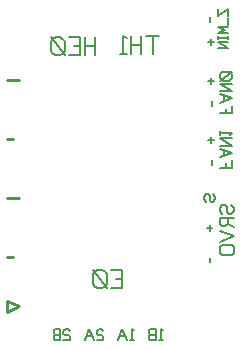
<source format=gbo>
G04 -- Generated By PCBWeb Designer*
%FSLAX24Y24*%
%MOIN*%
%OFA0B0*%
%SFA1.0B1.0*%
%AMROTRECT*21,1,$1,$2,0,0,$3*%
%AMROTOBLONG*1,1,$7,$1,$2*1,1,$7,$3,$4*21,1,$5,$6,0,0,$8*%
%ADD10C,0.025*%
%ADD11C,0.06*%
%ADD12C,0.035*%
%ADD13C,0.07*%
%ADD14C,0.006*%
%ADD15C,0.008*%
%ADD16C,0.024*%
%ADD17C,0.05*%
%ADD18C,0.028*%
%ADD19C,0.1772*%
%ADD20C,0.128*%
%ADD21C,0.1872*%
%ADD22R,0.0787X0.024*%
%ADD23R,0.0887X0.034*%
%ADD24R,0.1417X0.1055*%
%ADD25R,0.1517X0.1155*%
%ADD26C,0.01*%
%ADD27R,0.06X0.06*%
%ADD28C,0.04*%
%ADD29R,0.07X0.07*%
%ADD30C,0.0*%
%ADD31C,0.0098*%
%ADD32C,0.0591*%
%ADD33C,0.0275*%
%ADD34C,0.0197*%
G01*
%LNERASE*%
%LPC*%
G54D16*
X5928Y11232D02*
X5928Y10632D01*
X5590Y11232D02*
X5590Y10632D01*
X5928Y10932D02*
X5590Y10932D01*
X5065Y11232D02*
X5440Y11232D01*
X5440Y10632D01*
X5065Y10632D01*
X5440Y10932D02*
X5215Y10932D01*
X4915Y10782D02*
X4878Y10707D01*
X4840Y10670D01*
X4765Y10632D01*
X4615Y10632D01*
X4540Y10670D01*
X4503Y10707D01*
X4465Y10782D01*
X4465Y11082D01*
X4503Y11157D01*
X4540Y11195D01*
X4615Y11232D01*
X4765Y11232D01*
X4840Y11195D01*
X4878Y11157D01*
X4915Y11082D01*
X4915Y10782D01*
X4915Y10782D01*
X4915Y10632D02*
X4465Y11232D01*
X8069Y11282D02*
X7619Y11282D01*
X7844Y11282D02*
X7844Y10682D01*
X7469Y11282D02*
X7469Y10682D01*
X7131Y11282D02*
X7131Y10682D01*
X7469Y10982D02*
X7131Y10982D01*
X6981Y10682D02*
X6756Y10682D01*
X6869Y10682D02*
X6869Y11282D01*
X6981Y11207D01*
X10040Y12175D02*
X10040Y11959D01*
X10354Y12175D01*
X10354Y11959D01*
X10354Y11880D02*
X10354Y11644D01*
X10354Y11565D02*
X10040Y11565D01*
X10256Y11467D01*
X10040Y11368D01*
X10354Y11368D01*
X10354Y11290D02*
X10354Y11171D01*
X10040Y11290D02*
X10040Y11171D01*
X10040Y11230D02*
X10354Y11230D01*
X10354Y11093D02*
X10040Y11093D01*
X10354Y10896D01*
X10040Y10896D01*
X10482Y8957D02*
X10482Y8711D01*
X10089Y8711D01*
X10286Y8711D02*
X10286Y8858D01*
X10236Y9112D02*
X10236Y9294D01*
X10089Y9055D02*
X10482Y9203D01*
X10089Y9351D01*
X10089Y9449D02*
X10482Y9449D01*
X10089Y9695D01*
X10482Y9695D01*
X10187Y9793D02*
X10138Y9818D01*
X10113Y9843D01*
X10089Y9892D01*
X10089Y9990D01*
X10113Y10039D01*
X10138Y10064D01*
X10187Y10089D01*
X10384Y10089D01*
X10433Y10064D01*
X10458Y10039D01*
X10482Y9990D01*
X10482Y9892D01*
X10458Y9843D01*
X10433Y9818D01*
X10384Y9793D01*
X10187Y9793D01*
X10187Y9793D01*
X10089Y9793D02*
X10482Y10089D01*
X10482Y7136D02*
X10482Y6890D01*
X10089Y6890D01*
X10285Y6890D02*
X10285Y7038D01*
X10236Y7291D02*
X10236Y7473D01*
X10089Y7234D02*
X10482Y7382D01*
X10089Y7530D01*
X10089Y7628D02*
X10482Y7628D01*
X10089Y7874D01*
X10482Y7874D01*
X10089Y7973D02*
X10089Y8120D01*
X10089Y8046D02*
X10482Y8046D01*
X10433Y7973D01*
X10177Y5345D02*
X10089Y5433D01*
X10089Y5551D01*
X10177Y5640D01*
X10266Y5640D01*
X10325Y5581D01*
X10325Y5404D01*
X10384Y5345D01*
X10473Y5345D01*
X10561Y5433D01*
X10561Y5551D01*
X10473Y5640D01*
X10561Y5227D02*
X10089Y5227D01*
X10089Y5020D01*
X10177Y4931D01*
X10266Y4931D01*
X10354Y5020D01*
X10354Y5227D01*
X10354Y5020D02*
X10561Y4902D01*
X10089Y4784D02*
X10561Y4606D01*
X10089Y4429D01*
X10443Y4311D02*
X10148Y4311D01*
X10089Y4252D01*
X10089Y4045D01*
X10148Y3986D01*
X10502Y3986D01*
X10561Y4045D01*
X10561Y4252D01*
X10502Y4311D01*
X10443Y4311D01*
X6465Y3479D02*
X6839Y3479D01*
X6839Y2881D01*
X6465Y2881D01*
X6839Y3180D02*
X6614Y3180D01*
X6315Y3031D02*
X6278Y2956D01*
X6240Y2918D01*
X6165Y2881D01*
X6016Y2881D01*
X5941Y2918D01*
X5904Y2956D01*
X5866Y3031D01*
X5866Y3330D01*
X5904Y3405D01*
X5941Y3442D01*
X6016Y3479D01*
X6165Y3479D01*
X6240Y3442D01*
X6278Y3405D01*
X6315Y3330D01*
X6315Y3031D01*
X6315Y3031D01*
X6315Y2881D02*
X5866Y3479D01*
X9621Y5758D02*
X9547Y5832D01*
X9547Y5930D01*
X9621Y6004D01*
X9695Y6004D01*
X9744Y5955D01*
X9744Y5807D01*
X9793Y5758D01*
X9867Y5758D01*
X9941Y5832D01*
X9941Y5930D01*
X9867Y6004D01*
X9646Y4872D02*
X9843Y4872D01*
X9744Y4971D02*
X9744Y4774D01*
X9769Y3888D02*
X9769Y3740D01*
X8194Y1132D02*
X8046Y1132D01*
X8120Y1132D02*
X8120Y1526D01*
X8194Y1476D01*
X7948Y1132D02*
X7948Y1526D01*
X7776Y1526D01*
X7726Y1476D01*
X7726Y1378D01*
X7776Y1329D01*
X7726Y1280D01*
X7726Y1181D01*
X7776Y1132D01*
X7948Y1132D01*
X7776Y1329D02*
X7948Y1329D01*
X7234Y1132D02*
X7087Y1132D01*
X7161Y1132D02*
X7161Y1526D01*
X7234Y1476D01*
X6932Y1280D02*
X6750Y1280D01*
X6988Y1132D02*
X6841Y1526D01*
X6693Y1132D01*
X6201Y1452D02*
X6127Y1526D01*
X6053Y1526D01*
X5979Y1452D01*
X5979Y1353D01*
X6029Y1304D01*
X6152Y1304D01*
X6201Y1255D01*
X6201Y1132D01*
X5979Y1132D01*
X5824Y1280D02*
X5642Y1280D01*
X5881Y1132D02*
X5733Y1526D01*
X5586Y1132D01*
X5094Y1452D02*
X5020Y1526D01*
X4946Y1526D01*
X4872Y1452D01*
X4872Y1353D01*
X4921Y1304D01*
X5044Y1304D01*
X5094Y1255D01*
X5094Y1132D01*
X4872Y1132D01*
X4774Y1132D02*
X4774Y1526D01*
X4601Y1526D01*
X4552Y1476D01*
X4552Y1378D01*
X4601Y1329D01*
X4552Y1280D01*
X4552Y1181D01*
X4601Y1132D01*
X4774Y1132D01*
X4601Y1329D02*
X4774Y1329D01*
X9695Y9793D02*
X9892Y9793D01*
X9793Y9892D02*
X9793Y9695D01*
X9818Y9104D02*
X9818Y8957D01*
X9695Y7825D02*
X9892Y7825D01*
X9793Y7923D02*
X9793Y7727D01*
X9818Y7136D02*
X9818Y6988D01*
X9892Y11073D02*
X9695Y11073D01*
X9793Y10975D02*
X9793Y11171D01*
X9769Y11762D02*
X9769Y11910D01*
%LNSTD*%
%LPD*%
G54D15*
X5928Y11232D02*
X5928Y10632D01*
X5590Y11232D02*
X5590Y10632D01*
X5928Y10932D02*
X5590Y10932D01*
X5065Y11232D02*
X5440Y11232D01*
X5440Y10632D01*
X5065Y10632D01*
X5440Y10932D02*
X5215Y10932D01*
X4915Y10782D02*
X4878Y10707D01*
X4840Y10670D01*
X4765Y10632D01*
X4615Y10632D01*
X4540Y10670D01*
X4503Y10707D01*
X4465Y10782D01*
X4465Y11082D01*
X4503Y11157D01*
X4540Y11195D01*
X4615Y11232D01*
X4765Y11232D01*
X4840Y11195D01*
X4878Y11157D01*
X4915Y11082D01*
X4915Y10782D01*
X4915Y10782D01*
X4915Y10632D02*
X4465Y11232D01*
X8069Y11282D02*
X7619Y11282D01*
X7844Y11282D02*
X7844Y10682D01*
X7469Y11282D02*
X7469Y10682D01*
X7131Y11282D02*
X7131Y10682D01*
X7469Y10982D02*
X7131Y10982D01*
X6981Y10682D02*
X6756Y10682D01*
X6869Y10682D02*
X6869Y11282D01*
X6981Y11207D01*
X10040Y12175D02*
X10040Y11959D01*
X10354Y12175D01*
X10354Y11959D01*
X10354Y11880D02*
X10354Y11644D01*
X10354Y11565D02*
X10040Y11565D01*
X10256Y11467D01*
X10040Y11368D01*
X10354Y11368D01*
X10354Y11290D02*
X10354Y11171D01*
X10040Y11290D02*
X10040Y11171D01*
X10040Y11230D02*
X10354Y11230D01*
X10354Y11093D02*
X10040Y11093D01*
X10354Y10896D01*
X10040Y10896D01*
X10482Y8957D02*
X10482Y8711D01*
X10089Y8711D01*
X10286Y8711D02*
X10286Y8858D01*
X10236Y9112D02*
X10236Y9294D01*
X10089Y9055D02*
X10482Y9203D01*
X10089Y9351D01*
X10089Y9449D02*
X10482Y9449D01*
X10089Y9695D01*
X10482Y9695D01*
X10187Y9793D02*
X10138Y9818D01*
X10113Y9843D01*
X10089Y9892D01*
X10089Y9990D01*
X10113Y10039D01*
X10138Y10064D01*
X10187Y10089D01*
X10384Y10089D01*
X10433Y10064D01*
X10458Y10039D01*
X10482Y9990D01*
X10482Y9892D01*
X10458Y9843D01*
X10433Y9818D01*
X10384Y9793D01*
X10187Y9793D01*
X10187Y9793D01*
X10089Y9793D02*
X10482Y10089D01*
X10482Y7136D02*
X10482Y6890D01*
X10089Y6890D01*
X10285Y6890D02*
X10285Y7038D01*
X10236Y7291D02*
X10236Y7473D01*
X10089Y7234D02*
X10482Y7382D01*
X10089Y7530D01*
X10089Y7628D02*
X10482Y7628D01*
X10089Y7874D01*
X10482Y7874D01*
X10089Y7973D02*
X10089Y8120D01*
X10089Y8046D02*
X10482Y8046D01*
X10433Y7973D01*
X10177Y5345D02*
X10089Y5433D01*
X10089Y5551D01*
X10177Y5640D01*
X10266Y5640D01*
X10325Y5581D01*
X10325Y5404D01*
X10384Y5345D01*
X10473Y5345D01*
X10561Y5433D01*
X10561Y5551D01*
X10473Y5640D01*
X10561Y5227D02*
X10089Y5227D01*
X10089Y5020D01*
X10177Y4931D01*
X10266Y4931D01*
X10354Y5020D01*
X10354Y5227D01*
X10354Y5020D02*
X10561Y4902D01*
X10089Y4784D02*
X10561Y4606D01*
X10089Y4429D01*
X10443Y4311D02*
X10148Y4311D01*
X10089Y4252D01*
X10089Y4045D01*
X10148Y3986D01*
X10502Y3986D01*
X10561Y4045D01*
X10561Y4252D01*
X10502Y4311D01*
X10443Y4311D01*
X6465Y3479D02*
X6839Y3479D01*
X6839Y2881D01*
X6465Y2881D01*
X6839Y3180D02*
X6614Y3180D01*
X6315Y3031D02*
X6278Y2956D01*
X6240Y2918D01*
X6165Y2881D01*
X6016Y2881D01*
X5941Y2918D01*
X5904Y2956D01*
X5866Y3031D01*
X5866Y3330D01*
X5904Y3405D01*
X5941Y3442D01*
X6016Y3479D01*
X6165Y3479D01*
X6240Y3442D01*
X6278Y3405D01*
X6315Y3330D01*
X6315Y3031D01*
X6315Y3031D01*
X6315Y2881D02*
X5866Y3479D01*
X9621Y5758D02*
X9547Y5832D01*
X9547Y5930D01*
X9621Y6004D01*
X9695Y6004D01*
X9744Y5955D01*
X9744Y5807D01*
X9793Y5758D01*
X9867Y5758D01*
X9941Y5832D01*
X9941Y5930D01*
X9867Y6004D01*
X9646Y4872D02*
X9843Y4872D01*
X9744Y4971D02*
X9744Y4774D01*
X9769Y3888D02*
X9769Y3740D01*
X8194Y1132D02*
X8046Y1132D01*
X8120Y1132D02*
X8120Y1526D01*
X8194Y1476D01*
X7948Y1132D02*
X7948Y1526D01*
X7776Y1526D01*
X7726Y1476D01*
X7726Y1378D01*
X7776Y1329D01*
X7726Y1280D01*
X7726Y1181D01*
X7776Y1132D01*
X7948Y1132D01*
X7776Y1329D02*
X7948Y1329D01*
X7234Y1132D02*
X7087Y1132D01*
X7161Y1132D02*
X7161Y1526D01*
X7234Y1476D01*
X6932Y1280D02*
X6750Y1280D01*
X6988Y1132D02*
X6841Y1526D01*
X6693Y1132D01*
X6201Y1452D02*
X6127Y1526D01*
X6053Y1526D01*
X5979Y1452D01*
X5979Y1353D01*
X6029Y1304D01*
X6152Y1304D01*
X6201Y1255D01*
X6201Y1132D01*
X5979Y1132D01*
X5824Y1280D02*
X5642Y1280D01*
X5881Y1132D02*
X5733Y1526D01*
X5586Y1132D01*
X5094Y1452D02*
X5020Y1526D01*
X4946Y1526D01*
X4872Y1452D01*
X4872Y1353D01*
X4921Y1304D01*
X5044Y1304D01*
X5094Y1255D01*
X5094Y1132D01*
X4872Y1132D01*
X4774Y1132D02*
X4774Y1526D01*
X4601Y1526D01*
X4552Y1476D01*
X4552Y1378D01*
X4601Y1329D01*
X4552Y1280D01*
X4552Y1181D01*
X4601Y1132D01*
X4774Y1132D01*
X4601Y1329D02*
X4774Y1329D01*
X9695Y9793D02*
X9892Y9793D01*
X9793Y9892D02*
X9793Y9695D01*
X9818Y9104D02*
X9818Y8957D01*
X9695Y7825D02*
X9892Y7825D01*
X9793Y7923D02*
X9793Y7727D01*
X9818Y7136D02*
X9818Y6988D01*
X9892Y11073D02*
X9695Y11073D01*
X9793Y10975D02*
X9793Y11171D01*
X9769Y11762D02*
X9769Y11910D01*
G54D26*
X3396Y2264D02*
X3002Y2067D01*
X3002Y2461D01*
X3396Y2264D01*
X3002Y3898D02*
X3199Y3898D01*
X3002Y5866D02*
X3396Y5866D01*
X3002Y7835D02*
X3199Y7835D01*
X3002Y9804D02*
X3396Y9804D01*
M02*

</source>
